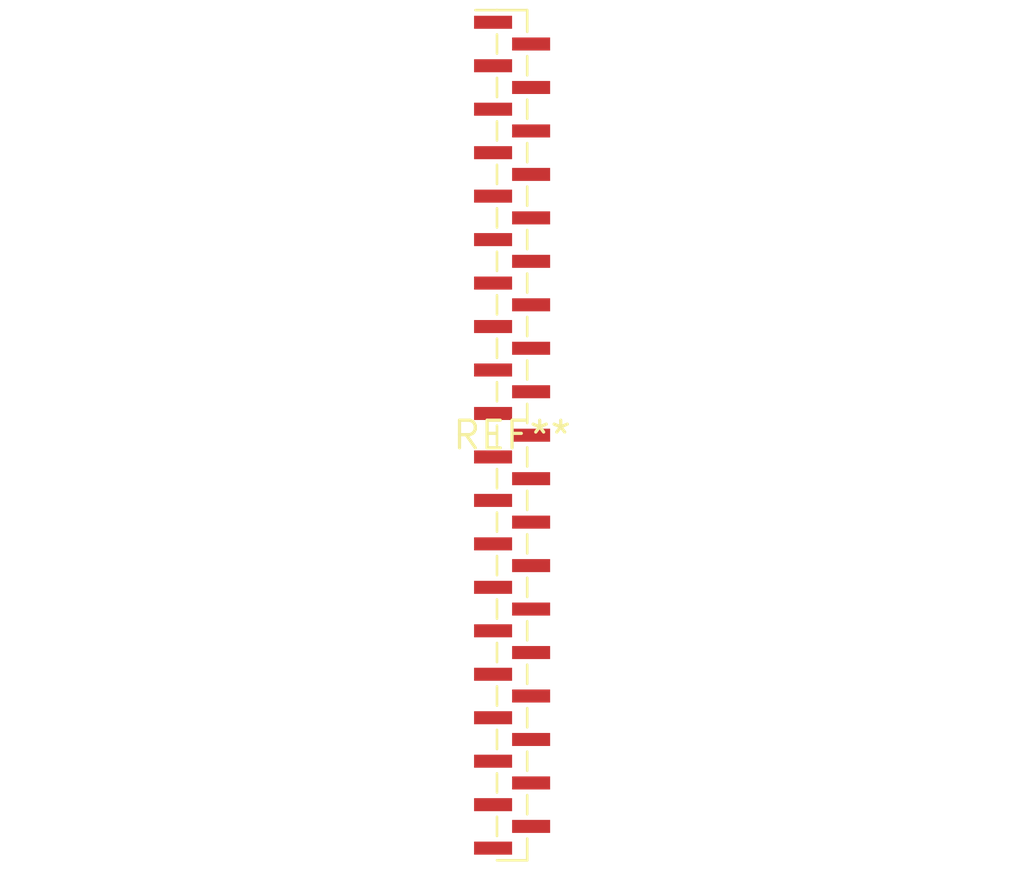
<source format=kicad_pcb>
(kicad_pcb (version 20240108) (generator pcbnew)
  (layers (0 "F.Cu" signal) (31 "B.Cu" signal) (34 "B.Paste" user) (35 "F.Paste" user) (36 "B.SilkS" user "B.Silkscreen") (37 "F.SilkS" user "F.Silkscreen") (38 "B.Mask" user) (39 "F.Mask" user) (44 "Edge.Cuts" user))
  (net 0 "")
  (footprint "PinHeader_1x39_P1.00mm_Vertical_SMD_Pin1Left" (layer "F.Cu") (at 0 0)
    (property "Reference" "REF**")
    (property "Value" "PinHeader_1x39_P1.00mm_Vertical_SMD_Pin1Left")
    (fp_line (start -0.695 -19.56) (end -1.69 -19.56) (layer "F.SilkS") (stroke (width 0.12)))
    (fp_line (start -0.695 -19.56) (end -0.695 -19.56) (layer "F.SilkS") (stroke (width 0.12)))
    (fp_line (start -0.695 -19.56) (end 0.695 -19.56) (layer "F.SilkS") (stroke (width 0.12)))
    (fp_line (start -0.695 -18.44) (end -0.695 -17.56) (layer "F.SilkS") (stroke (width 0.12)))
    (fp_line (start -0.695 -16.44) (end -0.695 -15.56) (layer "F.SilkS") (stroke (width 0.12)))
    (fp_line (start -0.695 -14.44) (end -0.695 -13.56) (layer "F.SilkS") (stroke (width 0.12)))
    (fp_line (start -0.695 -12.44) (end -0.695 -11.56) (layer "F.SilkS") (stroke (width 0.12)))
    (fp_line (start -0.695 -10.44) (end -0.695 -9.56) (layer "F.SilkS") (stroke (width 0.12)))
    (fp_line (start -0.695 -8.44) (end -0.695 -7.56) (layer "F.SilkS") (stroke (width 0.12)))
    (fp_line (start -0.695 -6.44) (end -0.695 -5.56) (layer "F.SilkS") (stroke (width 0.12)))
    (fp_line (start -0.695 -4.44) (end -0.695 -3.56) (layer "F.SilkS") (stroke (width 0.12)))
    (fp_line (start -0.695 -2.44) (end -0.695 -1.56) (layer "F.SilkS") (stroke (width 0.12)))
    (fp_line (start -0.695 -0.44) (end -0.695 0.44) (layer "F.SilkS") (stroke (width 0.12)))
    (fp_line (start -0.695 1.56) (end -0.695 2.44) (layer "F.SilkS") (stroke (width 0.12)))
    (fp_line (start -0.695 3.56) (end -0.695 4.44) (layer "F.SilkS") (stroke (width 0.12)))
    (fp_line (start -0.695 5.56) (end -0.695 6.44) (layer "F.SilkS") (stroke (width 0.12)))
    (fp_line (start -0.695 7.56) (end -0.695 8.44) (layer "F.SilkS") (stroke (width 0.12)))
    (fp_line (start -0.695 9.56) (end -0.695 10.44) (layer "F.SilkS") (stroke (width 0.12)))
    (fp_line (start -0.695 11.56) (end -0.695 12.44) (layer "F.SilkS") (stroke (width 0.12)))
    (fp_line (start -0.695 13.56) (end -0.695 14.44) (layer "F.SilkS") (stroke (width 0.12)))
    (fp_line (start -0.695 15.56) (end -0.695 16.44) (layer "F.SilkS") (stroke (width 0.12)))
    (fp_line (start -0.695 17.56) (end -0.695 18.44) (layer "F.SilkS") (stroke (width 0.12)))
    (fp_line (start -0.695 19.56) (end 0.695 19.56) (layer "F.SilkS") (stroke (width 0.12)))
    (fp_line (start 0.695 -19.56) (end 0.695 -18.56) (layer "F.SilkS") (stroke (width 0.12)))
    (fp_line (start 0.695 -17.44) (end 0.695 -16.56) (layer "F.SilkS") (stroke (width 0.12)))
    (fp_line (start 0.695 -15.44) (end 0.695 -14.56) (layer "F.SilkS") (stroke (width 0.12)))
    (fp_line (start 0.695 -13.44) (end 0.695 -12.56) (layer "F.SilkS") (stroke (width 0.12)))
    (fp_line (start 0.695 -11.44) (end 0.695 -10.56) (layer "F.SilkS") (stroke (width 0.12)))
    (fp_line (start 0.695 -9.44) (end 0.695 -8.56) (layer "F.SilkS") (stroke (width 0.12)))
    (fp_line (start 0.695 -7.44) (end 0.695 -6.56) (layer "F.SilkS") (stroke (width 0.12)))
    (fp_line (start 0.695 -5.44) (end 0.695 -4.56) (layer "F.SilkS") (stroke (width 0.12)))
    (fp_line (start 0.695 -3.44) (end 0.695 -2.56) (layer "F.SilkS") (stroke (width 0.12)))
    (fp_line (start 0.695 -1.44) (end 0.695 -0.56) (layer "F.SilkS") (stroke (width 0.12)))
    (fp_line (start 0.695 0.56) (end 0.695 1.44) (layer "F.SilkS") (stroke (width 0.12)))
    (fp_line (start 0.695 2.56) (end 0.695 3.44) (layer "F.SilkS") (stroke (width 0.12)))
    (fp_line (start 0.695 4.56) (end 0.695 5.44) (layer "F.SilkS") (stroke (width 0.12)))
    (fp_line (start 0.695 6.56) (end 0.695 7.44) (layer "F.SilkS") (stroke (width 0.12)))
    (fp_line (start 0.695 8.56) (end 0.695 9.44) (layer "F.SilkS") (stroke (width 0.12)))
    (fp_line (start 0.695 10.56) (end 0.695 11.44) (layer "F.SilkS") (stroke (width 0.12)))
    (fp_line (start 0.695 12.56) (end 0.695 13.44) (layer "F.SilkS") (stroke (width 0.12)))
    (fp_line (start 0.695 14.56) (end 0.695 15.44) (layer "F.SilkS") (stroke (width 0.12)))
    (fp_line (start 0.695 16.56) (end 0.695 17.44) (layer "F.SilkS") (stroke (width 0.12)))
    (fp_line (start 0.695 18.56) (end 0.695 19.56) (layer "F.SilkS") (stroke (width 0.12)))
    (fp_line (start 0.695 19.56) (end 0.695 19.56) (layer "F.SilkS") (stroke (width 0.12)))
    (pad "1" smd rect (at -0.875 -19) (size 1.75 0.6) (layers "F.Cu" "F.Paste" "F.Mask"))
    (pad "2" smd rect (at 0.875 -18) (size 1.75 0.6) (layers "F.Cu" "F.Paste" "F.Mask"))
    (pad "3" smd rect (at -0.875 -17) (size 1.75 0.6) (layers "F.Cu" "F.Paste" "F.Mask"))
    (pad "4" smd rect (at 0.875 -16) (size 1.75 0.6) (layers "F.Cu" "F.Paste" "F.Mask"))
    (pad "5" smd rect (at -0.875 -15) (size 1.75 0.6) (layers "F.Cu" "F.Paste" "F.Mask"))
    (pad "6" smd rect (at 0.875 -14) (size 1.75 0.6) (layers "F.Cu" "F.Paste" "F.Mask"))
    (pad "7" smd rect (at -0.875 -13) (size 1.75 0.6) (layers "F.Cu" "F.Paste" "F.Mask"))
    (pad "8" smd rect (at 0.875 -12) (size 1.75 0.6) (layers "F.Cu" "F.Paste" "F.Mask"))
    (pad "9" smd rect (at -0.875 -11) (size 1.75 0.6) (layers "F.Cu" "F.Paste" "F.Mask"))
    (pad "10" smd rect (at 0.875 -10) (size 1.75 0.6) (layers "F.Cu" "F.Paste" "F.Mask"))
    (pad "11" smd rect (at -0.875 -9) (size 1.75 0.6) (layers "F.Cu" "F.Paste" "F.Mask"))
    (pad "12" smd rect (at 0.875 -8) (size 1.75 0.6) (layers "F.Cu" "F.Paste" "F.Mask"))
    (pad "13" smd rect (at -0.875 -7) (size 1.75 0.6) (layers "F.Cu" "F.Paste" "F.Mask"))
    (pad "14" smd rect (at 0.875 -6) (size 1.75 0.6) (layers "F.Cu" "F.Paste" "F.Mask"))
    (pad "15" smd rect (at -0.875 -5) (size 1.75 0.6) (layers "F.Cu" "F.Paste" "F.Mask"))
    (pad "16" smd rect (at 0.875 -4) (size 1.75 0.6) (layers "F.Cu" "F.Paste" "F.Mask"))
    (pad "17" smd rect (at -0.875 -3) (size 1.75 0.6) (layers "F.Cu" "F.Paste" "F.Mask"))
    (pad "18" smd rect (at 0.875 -2) (size 1.75 0.6) (layers "F.Cu" "F.Paste" "F.Mask"))
    (pad "19" smd rect (at -0.875 -1) (size 1.75 0.6) (layers "F.Cu" "F.Paste" "F.Mask"))
    (pad "20" smd rect (at 0.875 0) (size 1.75 0.6) (layers "F.Cu" "F.Paste" "F.Mask"))
    (pad "21" smd rect (at -0.875 1) (size 1.75 0.6) (layers "F.Cu" "F.Paste" "F.Mask"))
    (pad "22" smd rect (at 0.875 2) (size 1.75 0.6) (layers "F.Cu" "F.Paste" "F.Mask"))
    (pad "23" smd rect (at -0.875 3) (size 1.75 0.6) (layers "F.Cu" "F.Paste" "F.Mask"))
    (pad "24" smd rect (at 0.875 4) (size 1.75 0.6) (layers "F.Cu" "F.Paste" "F.Mask"))
    (pad "25" smd rect (at -0.875 5) (size 1.75 0.6) (layers "F.Cu" "F.Paste" "F.Mask"))
    (pad "26" smd rect (at 0.875 6) (size 1.75 0.6) (layers "F.Cu" "F.Paste" "F.Mask"))
    (pad "27" smd rect (at -0.875 7) (size 1.75 0.6) (layers "F.Cu" "F.Paste" "F.Mask"))
    (pad "28" smd rect (at 0.875 8) (size 1.75 0.6) (layers "F.Cu" "F.Paste" "F.Mask"))
    (pad "29" smd rect (at -0.875 9) (size 1.75 0.6) (layers "F.Cu" "F.Paste" "F.Mask"))
    (pad "30" smd rect (at 0.875 10) (size 1.75 0.6) (layers "F.Cu" "F.Paste" "F.Mask"))
    (pad "31" smd rect (at -0.875 11) (size 1.75 0.6) (layers "F.Cu" "F.Paste" "F.Mask"))
    (pad "32" smd rect (at 0.875 12) (size 1.75 0.6) (layers "F.Cu" "F.Paste" "F.Mask"))
    (pad "33" smd rect (at -0.875 13) (size 1.75 0.6) (layers "F.Cu" "F.Paste" "F.Mask"))
    (pad "34" smd rect (at 0.875 14) (size 1.75 0.6) (layers "F.Cu" "F.Paste" "F.Mask"))
    (pad "35" smd rect (at -0.875 15) (size 1.75 0.6) (layers "F.Cu" "F.Paste" "F.Mask"))
    (pad "36" smd rect (at 0.875 16) (size 1.75 0.6) (layers "F.Cu" "F.Paste" "F.Mask"))
    (pad "37" smd rect (at -0.875 17) (size 1.75 0.6) (layers "F.Cu" "F.Paste" "F.Mask"))
    (pad "38" smd rect (at 0.875 18) (size 1.75 0.6) (layers "F.Cu" "F.Paste" "F.Mask"))
    (pad "39" smd rect (at -0.875 19) (size 1.75 0.6) (layers "F.Cu" "F.Paste" "F.Mask"))
  )
)
</source>
